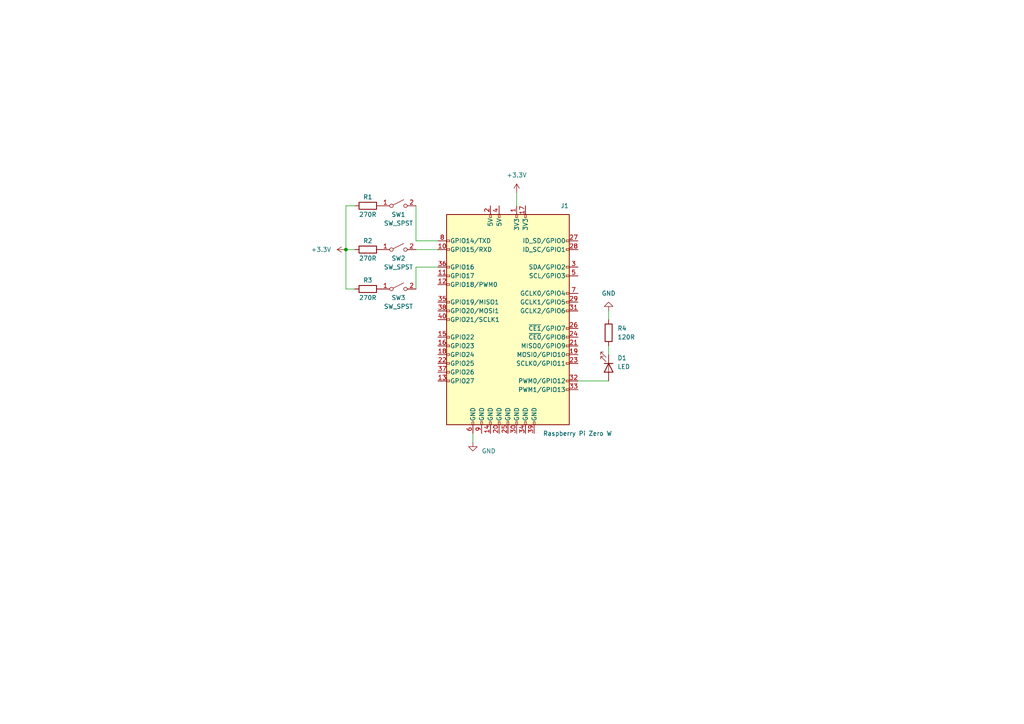
<source format=kicad_sch>
(kicad_sch (version 20211123) (generator eeschema)
  (paper "A4")
  (lib_symbols
    (symbol "Connector:Raspberry_Pi_2_3" (pin_names (offset 1.016))
      (property "Reference" "J" (at -17.78 31.75 0))
      (property "Value" "Raspberry_Pi_2_3" (at 10.16 -31.75 0))
      (symbol "Raspberry_Pi_2_3_0_1"
        (rectangle (start -17.78 30.48) (end 17.78 -30.48) (stroke (width 0.254)) (fill (type background)))
      )
      (symbol "Raspberry_Pi_2_3_1_1"
        (rectangle (start -16.891 -17.526) (end -17.78 -18.034))
        (rectangle (start -16.891 -14.986) (end -17.78 -15.494))
        (rectangle (start -16.891 -12.446) (end -17.78 -12.954))
        (rectangle (start -16.891 -9.906) (end -17.78 -10.414))
        (rectangle (start -16.891 -7.366) (end -17.78 -7.874))
        (rectangle (start -16.891 -4.826) (end -17.78 -5.334))
        (rectangle (start -16.891 0.254) (end -17.78 -0.254))
        (rectangle (start -16.891 2.794) (end -17.78 2.286))
        (rectangle (start -16.891 5.334) (end -17.78 4.826))
        (rectangle (start -16.891 10.414) (end -17.78 9.906))
        (rectangle (start -16.891 12.954) (end -17.78 12.446))
        (rectangle (start -16.891 15.494) (end -17.78 14.986))
        (rectangle (start -16.891 20.574) (end -17.78 20.066))
        (rectangle (start -16.891 23.114) (end -17.78 22.606))
        (rectangle (start -10.414 -29.591) (end -9.906 -30.48))
        (rectangle (start -7.874 -29.591) (end -7.366 -30.48))
        (rectangle (start -5.334 -29.591) (end -4.826 -30.48))
        (rectangle (start -5.334 30.48) (end -4.826 29.591))
        (rectangle (start -2.794 -29.591) (end -2.286 -30.48))
        (rectangle (start -2.794 30.48) (end -2.286 29.591))
        (rectangle (start -0.254 -29.591) (end 0.254 -30.48))
        (rectangle (start 2.286 -29.591) (end 2.794 -30.48))
        (rectangle (start 2.286 30.48) (end 2.794 29.591))
        (rectangle (start 4.826 -29.591) (end 5.334 -30.48))
        (rectangle (start 4.826 30.48) (end 5.334 29.591))
        (rectangle (start 7.366 -29.591) (end 7.874 -30.48))
        (rectangle (start 17.78 -20.066) (end 16.891 -20.574))
        (rectangle (start 17.78 -17.526) (end 16.891 -18.034))
        (rectangle (start 17.78 -12.446) (end 16.891 -12.954))
        (rectangle (start 17.78 -9.906) (end 16.891 -10.414))
        (rectangle (start 17.78 -7.366) (end 16.891 -7.874))
        (rectangle (start 17.78 -4.826) (end 16.891 -5.334))
        (rectangle (start 17.78 -2.286) (end 16.891 -2.794))
        (rectangle (start 17.78 2.794) (end 16.891 2.286))
        (rectangle (start 17.78 5.334) (end 16.891 4.826))
        (rectangle (start 17.78 7.874) (end 16.891 7.366))
        (rectangle (start 17.78 12.954) (end 16.891 12.446))
        (rectangle (start 17.78 15.494) (end 16.891 14.986))
        (rectangle (start 17.78 20.574) (end 16.891 20.066))
        (rectangle (start 17.78 23.114) (end 16.891 22.606))
        (pin power_in line (at 2.54 33.02 270) (length 2.54) (name "3V3") (number "1"))
        (pin bidirectional line (at -20.32 20.32 0) (length 2.54) (name "GPIO15/RXD") (number "10"))
        (pin bidirectional line (at -20.32 12.7 0) (length 2.54) (name "GPIO17") (number "11"))
        (pin bidirectional line (at -20.32 10.16 0) (length 2.54) (name "GPIO18/PWM0") (number "12"))
        (pin bidirectional line (at -20.32 -17.78 0) (length 2.54) (name "GPIO27") (number "13"))
        (pin power_in line (at -5.08 -33.02 90) (length 2.54) (name "GND") (number "14"))
        (pin bidirectional line (at -20.32 -5.08 0) (length 2.54) (name "GPIO22") (number "15"))
        (pin bidirectional line (at -20.32 -7.62 0) (length 2.54) (name "GPIO23") (number "16"))
        (pin power_in line (at 5.08 33.02 270) (length 2.54) (name "3V3") (number "17"))
        (pin bidirectional line (at -20.32 -10.16 0) (length 2.54) (name "GPIO24") (number "18"))
        (pin bidirectional line (at 20.32 -10.16 180) (length 2.54) (name "MOSI0/GPIO10") (number "19"))
        (pin power_in line (at -5.08 33.02 270) (length 2.54) (name "5V") (number "2"))
        (pin power_in line (at -2.54 -33.02 90) (length 2.54) (name "GND") (number "20"))
        (pin bidirectional line (at 20.32 -7.62 180) (length 2.54) (name "MISO0/GPIO9") (number "21"))
        (pin bidirectional line (at -20.32 -12.7 0) (length 2.54) (name "GPIO25") (number "22"))
        (pin bidirectional line (at 20.32 -12.7 180) (length 2.54) (name "SCLK0/GPIO11") (number "23"))
        (pin bidirectional line (at 20.32 -5.08 180) (length 2.54) (name "~{CE0}/GPIO8") (number "24"))
        (pin power_in line (at 0 -33.02 90) (length 2.54) (name "GND") (number "25"))
        (pin bidirectional line (at 20.32 -2.54 180) (length 2.54) (name "~{CE1}/GPIO7") (number "26"))
        (pin bidirectional line (at 20.32 22.86 180) (length 2.54) (name "ID_SD/GPIO0") (number "27"))
        (pin bidirectional line (at 20.32 20.32 180) (length 2.54) (name "ID_SC/GPIO1") (number "28"))
        (pin bidirectional line (at 20.32 5.08 180) (length 2.54) (name "GCLK1/GPIO5") (number "29"))
        (pin bidirectional line (at 20.32 15.24 180) (length 2.54) (name "SDA/GPIO2") (number "3"))
        (pin power_in line (at 2.54 -33.02 90) (length 2.54) (name "GND") (number "30"))
        (pin bidirectional line (at 20.32 2.54 180) (length 2.54) (name "GCLK2/GPIO6") (number "31"))
        (pin bidirectional line (at 20.32 -17.78 180) (length 2.54) (name "PWM0/GPIO12") (number "32"))
        (pin bidirectional line (at 20.32 -20.32 180) (length 2.54) (name "PWM1/GPIO13") (number "33"))
        (pin power_in line (at 5.08 -33.02 90) (length 2.54) (name "GND") (number "34"))
        (pin bidirectional line (at -20.32 5.08 0) (length 2.54) (name "GPIO19/MISO1") (number "35"))
        (pin bidirectional line (at -20.32 15.24 0) (length 2.54) (name "GPIO16") (number "36"))
        (pin bidirectional line (at -20.32 -15.24 0) (length 2.54) (name "GPIO26") (number "37"))
        (pin bidirectional line (at -20.32 2.54 0) (length 2.54) (name "GPIO20/MOSI1") (number "38"))
        (pin power_in line (at 7.62 -33.02 90) (length 2.54) (name "GND") (number "39"))
        (pin power_in line (at -2.54 33.02 270) (length 2.54) (name "5V") (number "4"))
        (pin bidirectional line (at -20.32 0 0) (length 2.54) (name "GPIO21/SCLK1") (number "40"))
        (pin bidirectional line (at 20.32 12.7 180) (length 2.54) (name "SCL/GPIO3") (number "5"))
        (pin power_in line (at -10.16 -33.02 90) (length 2.54) (name "GND") (number "6"))
        (pin bidirectional line (at 20.32 7.62 180) (length 2.54) (name "GCLK0/GPIO4") (number "7"))
        (pin bidirectional line (at -20.32 22.86 0) (length 2.54) (name "GPIO14/TXD") (number "8"))
        (pin power_in line (at -7.62 -33.02 90) (length 2.54) (name "GND") (number "9"))
      )
    )
    (symbol "Device:LED" (pin_numbers hide) (pin_names (offset 1.016) hide)
      (property "Reference" "D" (at 0 2.54 0))
      (property "Value" "LED" (at 0 -2.54 0))
      (symbol "LED_0_1"
        (polyline (pts (xy -1.27 -1.27) (xy -1.27 1.27)) (stroke (width 0.254)))
        (polyline (pts (xy -1.27 0) (xy 1.27 0)))
        (polyline (pts (xy 1.27 -1.27) (xy 1.27 1.27) (xy -1.27 0) (xy 1.27 -1.27)) (stroke (width 0.254)))
        (polyline (pts (xy -3.048 -0.762) (xy -4.572 -2.286) (xy -3.81 -2.286) (xy -4.572 -2.286) (xy -4.572 -1.524)))
        (polyline (pts (xy -1.778 -0.762) (xy -3.302 -2.286) (xy -2.54 -2.286) (xy -3.302 -2.286) (xy -3.302 -1.524)))
      )
      (symbol "LED_1_1"
        (pin passive line (at -3.81 0 0) (length 2.54) (name "K") (number "1"))
        (pin passive line (at 3.81 0 180) (length 2.54) (name "A") (number "2"))
      )
    )
    (symbol "Device:R" (pin_numbers hide) (pin_names (offset 0))
      (property "Reference" "R" (at 2.032 0 90))
      (property "Value" "R" (at 0 0 90))
      (symbol "R_0_1"
        (rectangle (start -1.016 -2.54) (end 1.016 2.54) (stroke (width 0.254)))
      )
      (symbol "R_1_1"
        (pin passive line (at 0 3.81 270) (length 1.27) (name "~") (number "1"))
        (pin passive line (at 0 -3.81 90) (length 1.27) (name "~") (number "2"))
      )
    )
    (symbol "Switch:SW_SPST" (pin_names (offset 0) hide)
      (property "Reference" "SW" (at 0 3.175 0))
      (property "Value" "SW_SPST" (at 0 -2.54 0))
      (symbol "SW_SPST_0_0"
        (circle (center -2.032 0) (radius 0.508))
        (polyline (pts (xy -1.524 0.254) (xy 1.524 1.778)))
        (circle (center 2.032 0) (radius 0.508))
      )
      (symbol "SW_SPST_1_1"
        (pin passive line (at -5.08 0 0) (length 2.54) (name "A") (number "1"))
        (pin passive line (at 5.08 0 180) (length 2.54) (name "B") (number "2"))
      )
    )
    (symbol "power:+3.3V" (power) (pin_names (offset 0))
      (property "Value" "+3.3V" (at 0 3.556 0))
      (symbol "+3.3V_0_1"
        (polyline (pts (xy -0.762 1.27) (xy 0 2.54)))
        (polyline (pts (xy 0 0) (xy 0 2.54)))
        (polyline (pts (xy 0 2.54) (xy 0.762 1.27)))
      )
      (symbol "+3.3V_1_1"
        (pin power_in line (at 0 0 90) (length 0) hide (name "+3.3V") (number "1"))
      )
    )
    (symbol "power:GND" (power) (pin_names (offset 0))
      (property "Value" "GND" (at 0 -3.81 0))
      (symbol "GND_0_1"
        (polyline (pts (xy 0 0) (xy 0 -1.27) (xy 1.27 -1.27) (xy 0 -2.54) (xy -1.27 -1.27) (xy 0 -1.27)))
      )
      (symbol "GND_1_1"
        (pin power_in line (at 0 0 270) (length 0) hide (name "GND") (number "1"))
      )
    )
  )
  (junction (at 100.33 72.39))
  (wire (pts (xy 120.65 69.85) (xy 127 69.85)))
  (wire (pts (xy 120.65 77.47) (xy 127 77.47)))
  (wire (pts (xy 167.64 110.49) (xy 176.53 110.49)))
  (wire (pts (xy 100.33 59.69) (xy 100.33 72.39)))
  (wire (pts (xy 102.87 59.69) (xy 100.33 59.69)))
  (wire (pts (xy 100.33 72.39) (xy 100.33 83.82)))
  (wire (pts (xy 100.33 72.39) (xy 102.87 72.39)))
  (wire (pts (xy 176.53 90.17) (xy 176.53 92.71)))
  (wire (pts (xy 120.65 72.39) (xy 127 72.39)))
  (wire (pts (xy 120.65 83.82) (xy 120.65 77.47)))
  (wire (pts (xy 137.16 128.27) (xy 137.16 125.73)))
  (wire (pts (xy 120.65 59.69) (xy 120.65 69.85)))
  (wire (pts (xy 149.86 55.88) (xy 149.86 59.69)))
  (wire (pts (xy 176.53 100.33) (xy 176.53 102.87)))
  (wire (pts (xy 100.33 83.82) (xy 102.87 83.82)))
  (symbol (lib_id "Device:R") (at 106.68 72.39 90) (unit 1)
    (property "Reference" "R2" (at 106.68 69.85 90))
    (property "Value" "270R" (at 106.68 74.93 90))
  )
  (symbol (lib_id "Device:R") (at 106.68 59.69 90) (unit 1)
    (property "Reference" "R1" (at 106.68 57.15 90))
    (property "Value" "270R" (at 106.68 62.23 90))
  )
  (symbol (lib_id "Device:LED") (at 176.53 106.68 270) (unit 1)
    (property "Reference" "D1" (at 179.07 103.8224 90) (effects (justify left)))
    (property "Value" "LED" (at 179.07 106.3624 90) (effects (justify left)))
  )
  (symbol (lib_id "power:+3.3V") (at 149.86 55.88 0) (unit 1)
    (property "Reference" "#PWR03" (effects hide))
    (property "Value" "+3.3V" (at 149.86 50.8 0))
  )
  (symbol (lib_id "power:GND") (at 176.53 90.17 180) (unit 1)
    (property "Reference" "#PWR04" (effects hide))
    (property "Value" "GND" (at 176.53 85.09 0))
  )
  (symbol (lib_id "Switch:SW_SPST") (at 115.57 72.39 0) (unit 1)
    (property "Reference" "SW2" (at 115.57 74.93 0))
    (property "Value" "SW_SPST" (at 115.57 77.47 0))
  )
  (symbol (lib_id "Switch:SW_SPST") (at 115.57 83.82 0) (unit 1)
    (property "Reference" "SW3" (at 115.57 86.36 0))
    (property "Value" "SW_SPST" (at 115.57 88.9 0))
  )
  (symbol (lib_id "Connector:Raspberry_Pi_2_3") (at 147.32 92.71 0) (unit 1)
    (property "Reference" "J1" (at 162.56 59.69 0) (effects (justify left)))
    (property "Value" "Raspberry Pi Zero W" (at 157.48 125.73 0) (effects (justify left)))
    (property "Datasheet" "https://www.raspberrypi.org/documentation/hardware/raspberrypi/schematics/rpi_SCH_3bplus_1p0_reduced.pdf" (effects hide))
  )
  (symbol (lib_id "Switch:SW_SPST") (at 115.57 59.69 0) (unit 1)
    (property "Reference" "SW1" (at 115.57 62.23 0))
    (property "Value" "SW_SPST" (at 115.57 64.77 0))
  )
  (symbol (lib_id "power:+3.3V") (at 100.33 72.39 90) (unit 1)
    (property "Reference" "#PWR01" (effects hide))
    (property "Value" "+3.3V" (at 90.17 72.39 90) (effects (justify right)))
  )
  (symbol (lib_id "Device:R") (at 106.68 83.82 90) (unit 1)
    (property "Reference" "R3" (at 106.68 81.28 90))
    (property "Value" "270R" (at 106.68 86.36 90))
  )
  (symbol (lib_id "power:GND") (at 137.16 128.27 0) (unit 1)
    (property "Reference" "#PWR02" (effects hide))
    (property "Value" "GND" (at 139.7 130.81 0) (effects (justify left)))
  )
  (symbol (lib_id "Device:R") (at 176.53 96.52 0) (unit 1)
    (property "Reference" "R4" (at 179.07 95.2499 0) (effects (justify left)))
    (property "Value" "120R" (at 179.07 97.7899 0) (effects (justify left)))
  )
)
</source>
